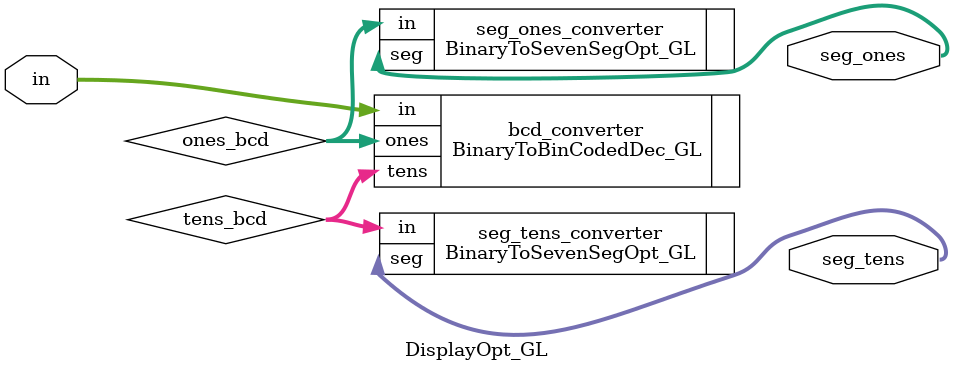
<source format=v>

`ifndef DISPLAY_OPT_GL_V
`define DISPLAY_OPT_GL_V

`include "ece2300/ece2300-misc.v"
`include "lab1/BinaryToBinCodedDec_GL.v"
`include "lab1/BinaryToSevenSegOpt_GL.v"

module DisplayOpt_GL
(
  input  wire [4:0] in,
  output wire [6:0] seg_tens,
  output wire [6:0] seg_ones
);

  wire [3:0] tens_bcd; // 4 digits of tens converted w BinaryToBinCodedDec
  wire [3:0] ones_bcd; // 4 digits of ones converted w BinaryToBinCodedDec
  
  BinaryToBinCodedDec_GL bcd_converter (
    .in   (in),
    .tens (tens_bcd),
    .ones (ones_bcd)
  );

  BinaryToSevenSegOpt_GL seg_tens_converter (
    .in   (tens_bcd),
    .seg  (seg_tens)
  );

  BinaryToSevenSegOpt_GL seg_ones_converter (
    .in   (ones_bcd),
    .seg  (seg_ones)
  );

endmodule

`endif /* DISPLAY_OPT_GL_V */

</source>
